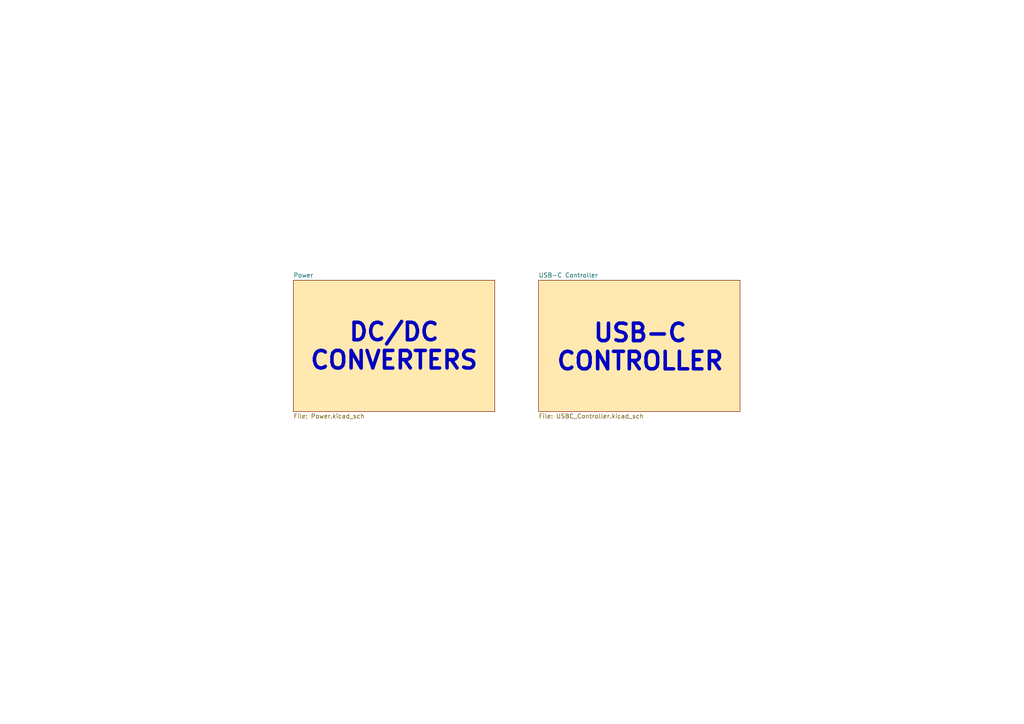
<source format=kicad_sch>
(kicad_sch
	(version 20231120)
	(generator "eeschema")
	(generator_version "8.0")
	(uuid "a0364f94-5ed8-47e2-8798-821b42abcf30")
	(paper "A4")
	(title_block
		(title "Battery Pack Board")
		(date "2024-09-21")
		(rev "1.0")
		(company "WM")
	)
	(lib_symbols)
	(text "DC/DC\nCONVERTERS"
		(exclude_from_sim no)
		(at 114.3 100.584 0)
		(effects
			(font
				(size 5.08 5.08)
				(thickness 1.016)
				(bold yes)
			)
		)
		(uuid "74d31171-da14-4d98-84c5-cc03285a0759")
	)
	(text "USB-C\nCONTROLLER"
		(exclude_from_sim no)
		(at 185.674 100.838 0)
		(effects
			(font
				(size 5.08 5.08)
				(bold yes)
			)
		)
		(uuid "a1acbef9-6672-4c25-83e5-a530b7d40a9c")
	)
	(sheet
		(at 85.09 81.28)
		(size 58.42 38.1)
		(fields_autoplaced yes)
		(stroke
			(width 0.1524)
			(type solid)
		)
		(fill
			(color 255 233 176 1.0000)
		)
		(uuid "0373783e-36ce-4f70-939b-b67c3ae1ec29")
		(property "Sheetname" "Power"
			(at 85.09 80.5684 0)
			(effects
				(font
					(size 1.27 1.27)
				)
				(justify left bottom)
			)
		)
		(property "Sheetfile" "Power.kicad_sch"
			(at 85.09 119.9646 0)
			(effects
				(font
					(size 1.27 1.27)
				)
				(justify left top)
			)
		)
		(instances
			(project "Battery_Pack_Board"
				(path "/a0364f94-5ed8-47e2-8798-821b42abcf30"
					(page "4")
				)
			)
		)
	)
	(sheet
		(at 156.21 81.28)
		(size 58.42 38.1)
		(fields_autoplaced yes)
		(stroke
			(width 0.1524)
			(type solid)
		)
		(fill
			(color 255 233 176 1.0000)
		)
		(uuid "9cd260a8-af4b-4534-a7f8-2c3f330e1310")
		(property "Sheetname" "USB-C Controller"
			(at 156.21 80.5684 0)
			(effects
				(font
					(size 1.27 1.27)
				)
				(justify left bottom)
			)
		)
		(property "Sheetfile" "USBC_Controller.kicad_sch"
			(at 156.21 119.9646 0)
			(effects
				(font
					(size 1.27 1.27)
				)
				(justify left top)
			)
		)
		(instances
			(project "Battery_Pack_Board"
				(path "/a0364f94-5ed8-47e2-8798-821b42abcf30"
					(page "2")
				)
			)
		)
	)
	(sheet_instances
		(path "/"
			(page "1")
		)
	)
)

</source>
